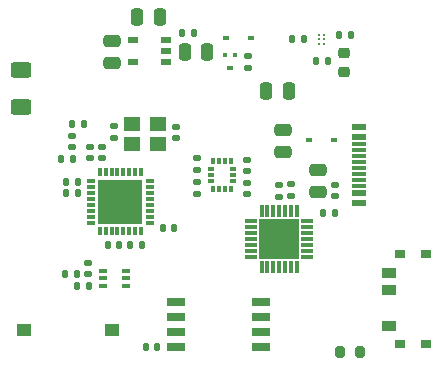
<source format=gbr>
%TF.GenerationSoftware,KiCad,Pcbnew,(6.0.0)*%
%TF.CreationDate,2022-11-27T20:06:59+00:00*%
%TF.ProjectId,Tracer,54726163-6572-42e6-9b69-6361645f7063,F*%
%TF.SameCoordinates,Original*%
%TF.FileFunction,Paste,Top*%
%TF.FilePolarity,Positive*%
%FSLAX46Y46*%
G04 Gerber Fmt 4.6, Leading zero omitted, Abs format (unit mm)*
G04 Created by KiCad (PCBNEW (6.0.0)) date 2022-11-27 20:06:59*
%MOMM*%
%LPD*%
G01*
G04 APERTURE LIST*
G04 Aperture macros list*
%AMRoundRect*
0 Rectangle with rounded corners*
0 $1 Rounding radius*
0 $2 $3 $4 $5 $6 $7 $8 $9 X,Y pos of 4 corners*
0 Add a 4 corners polygon primitive as box body*
4,1,4,$2,$3,$4,$5,$6,$7,$8,$9,$2,$3,0*
0 Add four circle primitives for the rounded corners*
1,1,$1+$1,$2,$3*
1,1,$1+$1,$4,$5*
1,1,$1+$1,$6,$7*
1,1,$1+$1,$8,$9*
0 Add four rect primitives between the rounded corners*
20,1,$1+$1,$2,$3,$4,$5,0*
20,1,$1+$1,$4,$5,$6,$7,0*
20,1,$1+$1,$6,$7,$8,$9,0*
20,1,$1+$1,$8,$9,$2,$3,0*%
G04 Aperture macros list end*
%ADD10RoundRect,0.140000X0.170000X-0.140000X0.170000X0.140000X-0.170000X0.140000X-0.170000X-0.140000X0*%
%ADD11RoundRect,0.250000X0.475000X-0.250000X0.475000X0.250000X-0.475000X0.250000X-0.475000X-0.250000X0*%
%ADD12RoundRect,0.140000X0.140000X0.170000X-0.140000X0.170000X-0.140000X-0.170000X0.140000X-0.170000X0*%
%ADD13RoundRect,0.250000X0.250000X0.475000X-0.250000X0.475000X-0.250000X-0.475000X0.250000X-0.475000X0*%
%ADD14R,0.600000X0.450000*%
%ADD15RoundRect,0.135000X-0.135000X-0.185000X0.135000X-0.185000X0.135000X0.185000X-0.135000X0.185000X0*%
%ADD16R,0.400000X0.450000*%
%ADD17R,0.500000X0.450000*%
%ADD18RoundRect,0.135000X0.135000X0.185000X-0.135000X0.185000X-0.135000X-0.185000X0.135000X-0.185000X0*%
%ADD19RoundRect,0.250000X-0.250000X-0.475000X0.250000X-0.475000X0.250000X0.475000X-0.250000X0.475000X0*%
%ADD20R,0.800000X0.300000*%
%ADD21R,0.300000X0.800000*%
%ADD22R,3.750000X3.750000*%
%ADD23RoundRect,0.135000X-0.185000X0.135000X-0.185000X-0.135000X0.185000X-0.135000X0.185000X0.135000X0*%
%ADD24R,0.350000X0.575000*%
%ADD25R,0.575000X0.350000*%
%ADD26RoundRect,0.147500X-0.172500X0.147500X-0.172500X-0.147500X0.172500X-0.147500X0.172500X0.147500X0*%
%ADD27RoundRect,0.140000X-0.170000X0.140000X-0.170000X-0.140000X0.170000X-0.140000X0.170000X0.140000X0*%
%ADD28R,1.250000X0.900000*%
%ADD29R,0.900000X0.800000*%
%ADD30R,1.200000X1.000000*%
%ADD31RoundRect,0.135000X0.185000X-0.135000X0.185000X0.135000X-0.185000X0.135000X-0.185000X-0.135000X0*%
%ADD32RoundRect,0.140000X-0.140000X-0.170000X0.140000X-0.170000X0.140000X0.170000X-0.140000X0.170000X0*%
%ADD33R,1.000000X0.300000*%
%ADD34R,0.300000X1.000000*%
%ADD35R,3.350000X3.350000*%
%ADD36RoundRect,0.250000X-0.625000X0.400000X-0.625000X-0.400000X0.625000X-0.400000X0.625000X0.400000X0*%
%ADD37R,0.650000X0.400000*%
%ADD38C,0.226000*%
%ADD39R,1.160000X0.600000*%
%ADD40R,1.160000X0.300000*%
%ADD41RoundRect,0.218750X-0.256250X0.218750X-0.256250X-0.218750X0.256250X-0.218750X0.256250X0.218750X0*%
%ADD42R,1.400000X1.200000*%
%ADD43RoundRect,0.200000X0.200000X0.275000X-0.200000X0.275000X-0.200000X-0.275000X0.200000X-0.275000X0*%
%ADD44R,0.900000X0.600000*%
%ADD45R,1.650000X0.650000*%
G04 APERTURE END LIST*
D10*
%TO.C,C1*%
X149600000Y-97900000D03*
X149600000Y-96940000D03*
%TD*%
D11*
%TO.C,C16*%
X138195000Y-86850000D03*
X138195000Y-84950000D03*
%TD*%
D12*
%TO.C,C10*%
X135280000Y-96850000D03*
X134320000Y-96850000D03*
%TD*%
D13*
%TO.C,C5*%
X153155000Y-89200000D03*
X151255000Y-89200000D03*
%TD*%
D14*
%TO.C,D1*%
X154900000Y-93300000D03*
X157000000Y-93300000D03*
%TD*%
D15*
%TO.C,R6*%
X157430000Y-84400000D03*
X158450000Y-84400000D03*
%TD*%
D16*
%TO.C,Q2*%
X148600000Y-86125000D03*
X147800000Y-86125000D03*
D17*
X148200000Y-87275000D03*
%TD*%
D11*
%TO.C,C3*%
X152650000Y-94350000D03*
X152650000Y-92450000D03*
%TD*%
D18*
%TO.C,R10*%
X135210000Y-104650000D03*
X134190000Y-104650000D03*
%TD*%
D19*
%TO.C,C6*%
X140345000Y-82900000D03*
X142245000Y-82900000D03*
%TD*%
D20*
%TO.C,IC4*%
X136400000Y-96825000D03*
X136400000Y-97325000D03*
X136400000Y-97825000D03*
X136400000Y-98325000D03*
X136400000Y-98825000D03*
X136400000Y-99325000D03*
X136400000Y-99825000D03*
X136400000Y-100325000D03*
D21*
X137150000Y-101075000D03*
X137650000Y-101075000D03*
X138150000Y-101075000D03*
X138650000Y-101075000D03*
X139150000Y-101075000D03*
X139650000Y-101075000D03*
X140150000Y-101075000D03*
X140650000Y-101075000D03*
D20*
X141400000Y-100325000D03*
X141400000Y-99825000D03*
X141400000Y-99325000D03*
X141400000Y-98825000D03*
X141400000Y-98325000D03*
X141400000Y-97825000D03*
X141400000Y-97325000D03*
X141400000Y-96825000D03*
D21*
X140650000Y-96075000D03*
X140150000Y-96075000D03*
X139650000Y-96075000D03*
X139150000Y-96075000D03*
X138650000Y-96075000D03*
X138150000Y-96075000D03*
X137650000Y-96075000D03*
X137150000Y-96075000D03*
D22*
X138900000Y-98575000D03*
%TD*%
D10*
%TO.C,C12*%
X136300000Y-94880000D03*
X136300000Y-93920000D03*
%TD*%
D23*
%TO.C,R12*%
X153350000Y-97090000D03*
X153350000Y-98110000D03*
%TD*%
D24*
%TO.C,IC1*%
X146750000Y-97463000D03*
X147250000Y-97463000D03*
X147750000Y-97463000D03*
X148250000Y-97463000D03*
D25*
X148412000Y-96800000D03*
X148412000Y-96300000D03*
X148412000Y-95800000D03*
D24*
X148250000Y-95137000D03*
X147750000Y-95137000D03*
X147250000Y-95137000D03*
X146750000Y-95137000D03*
D25*
X146588000Y-95800000D03*
X146588000Y-96300000D03*
X146588000Y-96800000D03*
%TD*%
D12*
%TO.C,C11*%
X142010000Y-110850000D03*
X141050000Y-110850000D03*
%TD*%
D11*
%TO.C,C18*%
X155600000Y-97750000D03*
X155600000Y-95850000D03*
%TD*%
D10*
%TO.C,C20*%
X143650000Y-93160000D03*
X143650000Y-92200000D03*
%TD*%
D26*
%TO.C,L1*%
X134825000Y-92965000D03*
X134825000Y-93935000D03*
%TD*%
D18*
%TO.C,R11*%
X145110000Y-84300000D03*
X144090000Y-84300000D03*
%TD*%
D12*
%TO.C,C21*%
X134855000Y-94925000D03*
X133895000Y-94925000D03*
%TD*%
D18*
%TO.C,R3*%
X154460000Y-84800000D03*
X153440000Y-84800000D03*
%TD*%
D23*
%TO.C,R4*%
X145400000Y-94890000D03*
X145400000Y-95910000D03*
%TD*%
D10*
%TO.C,C9*%
X137350000Y-94880000D03*
X137350000Y-93920000D03*
%TD*%
D27*
%TO.C,C2*%
X149600000Y-95020000D03*
X149600000Y-95980000D03*
%TD*%
D28*
%TO.C,S2*%
X161625000Y-104550000D03*
X161625000Y-106050000D03*
X161625000Y-109050000D03*
D29*
X164800000Y-103000000D03*
X162600000Y-103000000D03*
X162600000Y-110600000D03*
X164800000Y-110600000D03*
%TD*%
D30*
%TO.C,S1*%
X138150000Y-109400000D03*
X130750000Y-109400000D03*
%TD*%
D14*
%TO.C,D3*%
X147850000Y-84700000D03*
X149950000Y-84700000D03*
%TD*%
D31*
%TO.C,R1*%
X149700000Y-87210000D03*
X149700000Y-86190000D03*
%TD*%
D32*
%TO.C,C19*%
X134820000Y-91985000D03*
X135780000Y-91985000D03*
%TD*%
D33*
%TO.C,IC8*%
X154700000Y-103200000D03*
X154700000Y-102700000D03*
X154700000Y-102200000D03*
X154700000Y-101700000D03*
X154700000Y-101200000D03*
X154700000Y-100700000D03*
X154700000Y-100200000D03*
D34*
X153850000Y-99350000D03*
X153350000Y-99350000D03*
X152850000Y-99350000D03*
X152350000Y-99350000D03*
X151850000Y-99350000D03*
X151350000Y-99350000D03*
X150850000Y-99350000D03*
D33*
X150000000Y-100200000D03*
X150000000Y-100700000D03*
X150000000Y-101200000D03*
X150000000Y-101700000D03*
X150000000Y-102200000D03*
X150000000Y-102700000D03*
X150000000Y-103200000D03*
D34*
X150850000Y-104050000D03*
X151350000Y-104050000D03*
X151850000Y-104050000D03*
X152350000Y-104050000D03*
X152850000Y-104050000D03*
X153350000Y-104050000D03*
X153850000Y-104050000D03*
D35*
X152350000Y-101700000D03*
%TD*%
D36*
%TO.C,AE1*%
X130475000Y-87425000D03*
X130475000Y-90525000D03*
%TD*%
D32*
%TO.C,C13*%
X142520000Y-100800000D03*
X143480000Y-100800000D03*
%TD*%
%TO.C,C14*%
X137820000Y-102250000D03*
X138780000Y-102250000D03*
%TD*%
D27*
%TO.C,C22*%
X138350000Y-92170000D03*
X138350000Y-93130000D03*
%TD*%
D37*
%TO.C,Q1*%
X139350000Y-105700000D03*
X139350000Y-105050000D03*
X139350000Y-104400000D03*
X137450000Y-104400000D03*
X137450000Y-105050000D03*
X137450000Y-105700000D03*
%TD*%
D38*
%TO.C,IC3*%
X156140000Y-85200000D03*
X155740000Y-85200000D03*
X156140000Y-84800000D03*
X155740000Y-84800000D03*
X156140000Y-84400000D03*
X155740000Y-84400000D03*
%TD*%
D32*
%TO.C,C17*%
X156070000Y-99550000D03*
X157030000Y-99550000D03*
%TD*%
D39*
%TO.C,J1*%
X159125000Y-98650000D03*
X159115000Y-97850000D03*
D40*
X159115000Y-96700000D03*
X159115000Y-95700000D03*
X159115000Y-95200000D03*
X159115000Y-94200000D03*
D39*
X159115000Y-93050000D03*
X159115000Y-92250000D03*
X159115000Y-93050000D03*
D40*
X159115000Y-93700000D03*
X159115000Y-94700000D03*
X159115000Y-96200000D03*
X159115000Y-97200000D03*
D39*
X159115000Y-97850000D03*
%TD*%
D15*
%TO.C,R7*%
X135190000Y-105700000D03*
X136210000Y-105700000D03*
%TD*%
D41*
%TO.C,D2*%
X157800000Y-85962500D03*
X157800000Y-87537500D03*
%TD*%
D31*
%TO.C,R5*%
X145400000Y-97920000D03*
X145400000Y-96900000D03*
%TD*%
D10*
%TO.C,C8*%
X157100000Y-98060000D03*
X157100000Y-97100000D03*
%TD*%
D18*
%TO.C,R2*%
X156460000Y-86650000D03*
X155440000Y-86650000D03*
%TD*%
D13*
%TO.C,C4*%
X146245000Y-85900000D03*
X144345000Y-85900000D03*
%TD*%
D42*
%TO.C,Y1*%
X139900000Y-93650000D03*
X142100000Y-93650000D03*
X142100000Y-91950000D03*
X139900000Y-91950000D03*
%TD*%
D43*
%TO.C,R8*%
X159175000Y-111250000D03*
X157525000Y-111250000D03*
%TD*%
D44*
%TO.C,IC6*%
X142795000Y-86750000D03*
X142795000Y-85800000D03*
X142795000Y-84850000D03*
X139995000Y-84850000D03*
X139995000Y-86750000D03*
%TD*%
D12*
%TO.C,C15*%
X135280000Y-97850000D03*
X134320000Y-97850000D03*
%TD*%
D18*
%TO.C,R9*%
X140710000Y-102250000D03*
X139690000Y-102250000D03*
%TD*%
D31*
%TO.C,R13*%
X152350000Y-98120000D03*
X152350000Y-97100000D03*
%TD*%
D45*
%TO.C,IC2*%
X150800000Y-110855000D03*
X150800000Y-109585000D03*
X150800000Y-108315000D03*
X150800000Y-107045000D03*
X143600000Y-107045000D03*
X143600000Y-108315000D03*
X143600000Y-109585000D03*
X143600000Y-110855000D03*
%TD*%
D10*
%TO.C,C7*%
X136200000Y-104680000D03*
X136200000Y-103720000D03*
%TD*%
M02*

</source>
